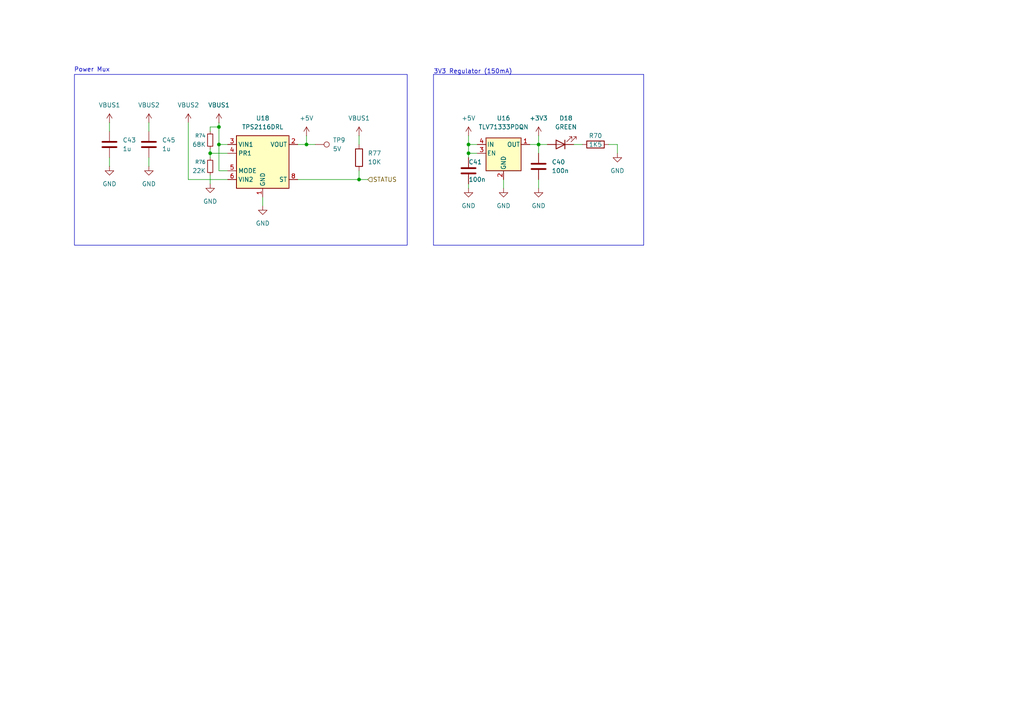
<source format=kicad_sch>
(kicad_sch (version 20250114) (generator "eeschema") (generator_version "9.0")
  (paper "A4")
  (lib_symbols
    (symbol "+5V_1" (power) (pin_numbers (hide yes)) (pin_names (offset 0) (hide yes))
      (property "Value" "+5V" (at 0 3.556 0))
      (symbol "+5V_1_0_1"
        (polyline (pts (xy -0.762 1.27) (xy 0 2.54)))
        (polyline (pts (xy 0 2.54) (xy 0.762 1.27)))
        (polyline (pts (xy 0 0) (xy 0 2.54)))
      )
      (symbol "+5V_1_1_1"
        (pin power_in line (at 0 0 90) (length 0) (name "~") (number "1"))
      )
    )
    (symbol "Connector:TestPoint" (pin_numbers (hide yes)) (pin_names (offset 0.762) (hide yes))
      (property "Reference" "TP" (at 0 6.858 0))
      (property "Value" "TestPoint" (at 0 5.08 0))
      (symbol "TestPoint_0_1"
        (circle (center 0 3.302) (radius 0.762))
      )
      (symbol "TestPoint_1_1"
        (pin passive line (at 0 0 90) (length 2.54) (name "1") (number "1"))
      )
    )
    (symbol "Device:C" (pin_numbers (hide yes)) (pin_names (offset 0.254))
      (property "Reference" "C" (at 0.635 2.54 0))
      (property "Value" "C" (at 0.635 -2.54 0))
      (symbol "C_0_1"
        (polyline (pts (xy -2.032 0.762) (xy 2.032 0.762)) (stroke (width 0.508)))
        (polyline (pts (xy -2.032 -0.762) (xy 2.032 -0.762)) (stroke (width 0.508)))
      )
      (symbol "C_1_1"
        (pin passive line (at 0 3.81 270) (length 2.794) (name "~") (number "1"))
        (pin passive line (at 0 -3.81 90) (length 2.794) (name "~") (number "2"))
      )
    )
    (symbol "Device:LED" (pin_numbers (hide yes)) (pin_names (offset 1.016) (hide yes))
      (property "Reference" "D" (at 0 2.54 0))
      (property "Value" "LED" (at 0 -2.54 0))
      (symbol "LED_0_1"
        (polyline (pts (xy -3.048 -0.762) (xy -4.572 -2.286) (xy -3.81 -2.286) (xy -4.572 -2.286) (xy -4.572 -1.524)))
        (polyline (pts (xy -1.778 -0.762) (xy -3.302 -2.286) (xy -2.54 -2.286) (xy -3.302 -2.286) (xy -3.302 -1.524)))
        (polyline (pts (xy -1.27 0) (xy 1.27 0)))
        (polyline (pts (xy -1.27 -1.27) (xy -1.27 1.27)) (stroke (width 0.254)))
        (polyline (pts (xy 1.27 -1.27) (xy 1.27 1.27) (xy -1.27 0) (xy 1.27 -1.27)) (stroke (width 0.254)))
      )
      (symbol "LED_1_1"
        (pin passive line (at -3.81 0 0) (length 2.54) (name "K") (number "1"))
        (pin passive line (at 3.81 0 180) (length 2.54) (name "A") (number "2"))
      )
    )
    (symbol "Device:R" (pin_numbers (hide yes)) (pin_names (offset 0))
      (property "Reference" "R" (at 2.032 0 90))
      (property "Value" "R" (at 0 0 90))
      (symbol "R_0_1"
        (rectangle (start -1.016 -2.54) (end 1.016 2.54) (stroke (width 0.254)))
      )
      (symbol "R_1_1"
        (pin passive line (at 0 3.81 270) (length 1.27) (name "~") (number "1"))
        (pin passive line (at 0 -3.81 90) (length 1.27) (name "~") (number "2"))
      )
    )
    (symbol "GND_3" (power) (pin_numbers (hide yes)) (pin_names (offset 0) (hide yes))
      (property "Value" "GND" (at 0 -3.81 0))
      (symbol "GND_3_0_1"
        (polyline (pts (xy 0 0) (xy 0 -1.27) (xy 1.27 -1.27) (xy 0 -2.54) (xy -1.27 -1.27) (xy 0 -1.27)))
      )
      (symbol "GND_3_1_1"
        (pin power_in line (at 0 0 270) (length 0) (name "~") (number "1"))
      )
    )
    (symbol "Power_Management:TPS2116DRL"
      (property "Reference" "U" (at -7.874 9.144 0))
      (property "Value" "TPS2116DRL" (at 0.508 -8.89 0))
      (symbol "TPS2116DRL_0_1"
        (rectangle (start -7.62 7.62) (end 7.62 -7.62) (stroke (width 0.254)) (fill (type background)))
      )
      (symbol "TPS2116DRL_1_0"
        (pin power_out line (at 10.16 5.08 180) (length 2.54) (hide yes) (name "VOUT") (number "7"))
      )
      (symbol "TPS2116DRL_1_1"
        (pin power_in line (at -10.16 5.08 0) (length 2.54) (name "VIN1") (number "3"))
        (pin input line (at -10.16 2.54 0) (length 2.54) (name "PR1") (number "4"))
        (pin input line (at -10.16 -2.54 0) (length 2.54) (name "MODE") (number "5"))
        (pin power_in line (at -10.16 -5.08 0) (length 2.54) (name "VIN2") (number "6"))
        (pin power_in line (at 0 -10.16 90) (length 2.54) (name "GND") (number "1"))
        (pin power_out line (at 10.16 5.08 180) (length 2.54) (name "VOUT") (number "2"))
        (pin open_collector line (at 10.16 -5.08 180) (length 2.54) (name "ST") (number "8"))
      )
    )
    (symbol "R_Small_1" (pin_numbers (hide yes)) (pin_names (offset 0.254) (hide yes))
      (property "Reference" "R" (at 0 0 90))
      (property "Value" "R_Small" (at 1.778 0 90))
      (symbol "R_Small_1_0_1"
        (rectangle (start -0.762 1.778) (end 0.762 -1.778) (stroke (width 0.2032)))
      )
      (symbol "R_Small_1_1_1"
        (pin passive line (at 0 2.54 270) (length 0.762) (name "~") (number "1"))
        (pin passive line (at 0 -2.54 90) (length 0.762) (name "~") (number "2"))
      )
    )
    (symbol "TLV71333PDQ:TLV71333PDQN" (pin_names (offset 0.254))
      (property "Reference" "U" (at -3.81 5.715 0))
      (property "Value" "TLV71333PDQN" (at 0 5.715 0))
      (symbol "TLV71333PDQN_0_1"
        (rectangle (start -5.08 4.445) (end 5.08 -5.08) (stroke (width 0.254)) (fill (type background)))
      )
      (symbol "TLV71333PDQN_1_1"
        (pin power_in line (at -7.62 2.54 0) (length 2.54) (name "IN") (number "4"))
        (pin input line (at -7.62 0 0) (length 2.54) (name "EN") (number "3"))
        (pin power_in line (at 0 -7.62 90) (length 2.54) (name "GND") (number "2"))
        (pin power_in line (at 0 -7.62 90) (length 2.54) (hide yes) (name "GND") (number "5"))
        (pin power_out line (at 7.62 2.54 180) (length 2.54) (name "OUT") (number "1"))
      )
    )
    (symbol "power:+3V3" (power) (pin_names (offset 0))
      (property "Value" "+3V3" (at 0 3.556 0))
      (symbol "+3V3_0_1"
        (polyline (pts (xy -0.762 1.27) (xy 0 2.54)))
        (polyline (pts (xy 0 2.54) (xy 0.762 1.27)))
        (polyline (pts (xy 0 0) (xy 0 2.54)))
      )
      (symbol "+3V3_1_1"
        (pin power_in line (at 0 0 90) (length 0) (hide yes) (name "+3V3") (number "1"))
      )
    )
    (symbol "power:+5V" (power) (pin_names (offset 0))
      (property "Value" "+5V" (at 0 3.556 0))
      (symbol "+5V_0_1"
        (polyline (pts (xy -0.762 1.27) (xy 0 2.54)))
        (polyline (pts (xy 0 2.54) (xy 0.762 1.27)))
        (polyline (pts (xy 0 0) (xy 0 2.54)))
      )
      (symbol "+5V_1_1"
        (pin power_in line (at 0 0 90) (length 0) (hide yes) (name "+5V") (number "1"))
      )
    )
    (symbol "power:GND" (power) (pin_names (offset 0))
      (property "Value" "GND" (at 0 -3.81 0))
      (symbol "GND_0_1"
        (polyline (pts (xy 0 0) (xy 0 -1.27) (xy 1.27 -1.27) (xy 0 -2.54) (xy -1.27 -1.27) (xy 0 -1.27)))
      )
      (symbol "GND_1_1"
        (pin power_in line (at 0 0 270) (length 0) (hide yes) (name "GND") (number "1"))
      )
    )
    (symbol "power:VBUS" (power) (pin_numbers (hide yes)) (pin_names (offset 0) (hide yes))
      (property "Value" "VBUS" (at 0 3.556 0))
      (symbol "VBUS_0_1"
        (polyline (pts (xy -0.762 1.27) (xy 0 2.54)))
        (polyline (pts (xy 0 2.54) (xy 0.762 1.27)))
        (polyline (pts (xy 0 0) (xy 0 2.54)))
      )
      (symbol "VBUS_1_1"
        (pin power_in line (at 0 0 90) (length 0) (name "~") (number "1"))
      )
    )
  )
  (rectangle (start 21.59 21.59) (end 118.11 71.12))
  (text "3V3 Regulator (150mA)" (at 125.73 21.59 0) (effects (font (size 1.27 1.27)) (justify left bottom)))
  (text "Power Mux" (at 26.67 20.32 0) (effects (font (size 1.27 1.27))))
  (junction (at 60.96 44.45))
  (junction (at 63.5 41.91))
  (junction (at 156.21 41.91))
  (junction (at 135.89 41.91))
  (junction (at 88.9 41.91))
  (junction (at 104.14 52.07))
  (junction (at 63.5 36.83))
  (junction (at 135.89 44.45))
  (wire (pts (xy 60.96 36.83) (xy 60.96 38.1)))
  (wire (pts (xy 153.67 41.91) (xy 156.21 41.91)))
  (wire (pts (xy 179.07 41.91) (xy 176.53 41.91)))
  (wire (pts (xy 104.14 49.53) (xy 104.14 52.07)))
  (wire (pts (xy 43.18 45.72) (xy 43.18 48.26)))
  (wire (pts (xy 179.07 44.45) (xy 179.07 41.91)))
  (polyline (pts (xy 186.69 71.12) (xy 125.73 71.12)))
  (wire (pts (xy 135.89 44.45) (xy 138.43 44.45)))
  (wire (pts (xy 104.14 52.07) (xy 106.68 52.07)))
  (wire (pts (xy 63.5 49.53) (xy 66.04 49.53)))
  (wire (pts (xy 88.9 41.91) (xy 86.36 41.91)))
  (wire (pts (xy 156.21 41.91) (xy 158.75 41.91)))
  (wire (pts (xy 156.21 39.37) (xy 156.21 41.91)))
  (wire (pts (xy 76.2 57.15) (xy 76.2 59.69)))
  (wire (pts (xy 88.9 39.37) (xy 88.9 41.91)))
  (wire (pts (xy 135.89 41.91) (xy 138.43 41.91)))
  (wire (pts (xy 43.18 35.56) (xy 43.18 38.1)))
  (polyline (pts (xy 125.73 21.59) (xy 186.69 21.59)))
  (wire (pts (xy 86.36 52.07) (xy 104.14 52.07)))
  (wire (pts (xy 31.75 45.72) (xy 31.75 48.26)))
  (polyline (pts (xy 125.73 21.59) (xy 125.73 71.12)))
  (wire (pts (xy 63.5 41.91) (xy 66.04 41.91)))
  (wire (pts (xy 135.89 41.91) (xy 135.89 44.45)))
  (wire (pts (xy 60.96 44.45) (xy 60.96 43.18)))
  (wire (pts (xy 60.96 44.45) (xy 60.96 45.72)))
  (wire (pts (xy 31.75 35.56) (xy 31.75 38.1)))
  (wire (pts (xy 54.61 35.56) (xy 54.61 52.07)))
  (wire (pts (xy 156.21 52.07) (xy 156.21 54.61)))
  (wire (pts (xy 60.96 50.8) (xy 60.96 53.34)))
  (wire (pts (xy 135.89 39.37) (xy 135.89 41.91)))
  (wire (pts (xy 63.5 36.83) (xy 60.96 36.83)))
  (wire (pts (xy 135.89 45.72) (xy 135.89 44.45)))
  (wire (pts (xy 88.9 41.91) (xy 91.44 41.91)))
  (wire (pts (xy 166.37 41.91) (xy 168.91 41.91)))
  (wire (pts (xy 63.5 35.56) (xy 63.5 36.83)))
  (wire (pts (xy 146.05 52.07) (xy 146.05 54.61)))
  (wire (pts (xy 135.89 53.34) (xy 135.89 54.61)))
  (wire (pts (xy 63.5 36.83) (xy 63.5 41.91)))
  (wire (pts (xy 54.61 52.07) (xy 66.04 52.07)))
  (polyline (pts (xy 186.69 21.59) (xy 186.69 71.12)))
  (wire (pts (xy 104.14 39.37) (xy 104.14 41.91)))
  (wire (pts (xy 156.21 41.91) (xy 156.21 44.45)))
  (wire (pts (xy 66.04 44.45) (xy 60.96 44.45)))
  (wire (pts (xy 63.5 41.91) (xy 63.5 49.53)))
  (hierarchical_label "STATUS" (shape input) (at 106.68 52.07 0))
  (symbol (lib_id "Device:C") (at 135.89 49.53 0) (unit 1)
    (property "Reference" "C41" (at 135.89 46.99 0) (effects (justify left)))
    (property "Value" "100n" (at 135.89 52.07 0) (effects (justify left)))
    (property "Footprint" "Capacitor_SMD:C_0603_1608Metric" (effects (hide yes)))
    (property "LCSC" "C282519" (effects (hide yes)))
  )
  (symbol (lib_id "power:VBUS") (at 31.75 35.56 0) (unit 1)
    (property "Reference" "#PWR0153" (effects (hide yes)))
    (property "Value" "VBUS1" (at 31.75 30.48 0))
    (property "Description" "Power symbol creates a global label with name \"VBUS\"" (effects (hide yes)))
  )
  (symbol (lib_id "power:GND") (at 156.21 54.61 0) (unit 1)
    (property "Reference" "#PWR0123" (effects (hide yes)))
    (property "Value" "GND" (at 156.21 59.69 0))
  )
  (symbol (lib_id "Device:C") (at 43.18 41.91 0) (unit 1)
    (property "Reference" "C45" (at 46.99 40.6399 0) (effects (justify left)))
    (property "Value" "1u" (at 46.99 43.1799 0) (effects (justify left)))
    (property "Footprint" "Capacitor_SMD:C_0603_1608Metric" (effects (hide yes)))
    (property "Description" "Unpolarized capacitor" (effects (hide yes)))
  )
  (symbol (lib_id "Device:LED") (at 162.56 41.91 180) (unit 1)
    (property "Reference" "D18" (at 164.1475 34.29 0))
    (property "Value" "GREEN" (at 164.1475 36.83 0))
    (property "Footprint" "LED_SMD:LED_0603_1608Metric" (effects (hide yes)))
    (property "LCSC" "C2856703" (effects (hide yes)))
    (property "Part" "QBLP595-IG" (effects (hide yes)))
  )
  (symbol (lib_id "power:GND") (at 146.05 54.61 0) (unit 1)
    (property "Reference" "#PWR0122" (effects (hide yes)))
    (property "Value" "GND" (at 146.05 59.69 0))
  )
  (symbol (lib_id "power:VBUS") (at 54.61 35.56 0) (unit 1)
    (property "Reference" "#PWR0149" (effects (hide yes)))
    (property "Value" "VBUS2" (at 54.61 30.48 0))
    (property "Description" "Power symbol creates a global label with name \"VBUS\"" (effects (hide yes)))
  )
  (symbol (lib_id "Connector:TestPoint") (at 91.44 41.91 270) (unit 1)
    (property "Reference" "TP9" (at 96.52 40.6399 90) (effects (justify left)))
    (property "Value" "5V" (at 96.52 43.1799 90) (effects (justify left)))
    (property "Footprint" "TestPoint:TestPoint_Pad_1.0x1.0mm" (effects (hide yes)))
    (property "Description" "test point" (effects (hide yes)))
  )
  (symbol (lib_id "Device:C") (at 156.21 48.26 0) (unit 1)
    (property "Reference" "C40" (at 160.02 46.9899 0) (effects (justify left)))
    (property "Value" "100n" (at 160.02 49.5299 0) (effects (justify left)))
    (property "Footprint" "Capacitor_SMD:C_0603_1608Metric" (effects (hide yes)))
    (property "LCSC" "C282519" (effects (hide yes)))
  )
  (symbol (lib_name "+5V_1") (lib_id "power:+5V") (at 88.9 39.37 0) (unit 1)
    (property "Reference" "#PWR0151" (effects (hide yes)))
    (property "Value" "+5V" (at 88.9 34.29 0))
    (property "Description" "Power symbol creates a global label with name \"+5V\"" (effects (hide yes)))
  )
  (symbol (lib_id "Power_Management:TPS2116DRL") (at 76.2 46.99 0) (unit 1)
    (property "Reference" "U18" (at 76.2 34.29 0))
    (property "Value" "TPS2116DRL" (at 76.2 36.83 0))
    (property "Footprint" "Package_TO_SOT_SMD:SOT-583-8" (effects (hide yes)))
    (property "Datasheet" "https://www.ti.com/lit/ds/symlink/tps2116.pdf" (effects (hide yes)))
    (property "Description" "2 Channnels Power Mux with Manual and Priority Switchover, 1.6-5.5V Input Voltage, 2.5A Output Current, Ron 40 mOhm, SOT-583-8" (effects (hide yes)))
  )
  (symbol (lib_id "Device:R") (at 104.14 45.72 0) (unit 1)
    (property "Reference" "R77" (at 106.68 44.4499 0) (effects (justify left)))
    (property "Value" "10K" (at 106.68 46.9899 0) (effects (justify left)))
    (property "Footprint" "Resistor_SMD:R_0402_1005Metric" (effects (hide yes)))
    (property "Description" "Resistor" (effects (hide yes)))
  )
  (symbol (lib_id "power:+3V3") (at 156.21 39.37 0) (unit 1)
    (property "Reference" "#PWR0120" (effects (hide yes)))
    (property "Value" "+3V3" (at 156.21 34.29 0))
  )
  (symbol (lib_id "power:+5V") (at 135.89 39.37 0) (unit 1)
    (property "Reference" "#PWR0119" (effects (hide yes)))
    (property "Value" "+5V" (at 135.89 34.29 0))
  )
  (symbol (lib_name "R_Small_1") (lib_id "Device:R_Small") (at 60.96 48.26 0) (mirror y) (unit 1)
    (property "Reference" "R76" (at 59.69 46.99 0) (effects (font (size 1.016 1.016)) (justify left)))
    (property "Value" "22K" (at 59.69 49.53 0) (effects (justify left)))
    (property "Footprint" "Resistor_SMD:R_0402_1005Metric" (effects (hide yes)))
    (property "Description" "Resistor, small symbol" (effects (hide yes)))
  )
  (symbol (lib_name "GND_3") (lib_id "power:GND") (at 31.75 48.26 0) (unit 1)
    (property "Reference" "#PWR0155" (effects (hide yes)))
    (property "Value" "GND" (at 31.75 53.34 0))
    (property "Description" "Power symbol creates a global label with name \"GND\" , ground" (effects (hide yes)))
  )
  (symbol (lib_id "power:VBUS") (at 63.5 35.56 0) (unit 1)
    (property "Reference" "#PWR0143" (effects (hide yes)))
    (property "Value" "VBUS1" (at 63.5 30.48 0))
    (property "Description" "Power symbol creates a global label with name \"VBUS\"" (effects (hide yes)))
  )
  (symbol (lib_name "GND_3") (lib_id "power:GND") (at 43.18 48.26 0) (unit 1)
    (property "Reference" "#PWR0159" (effects (hide yes)))
    (property "Value" "GND" (at 43.18 53.34 0))
    (property "Description" "Power symbol creates a global label with name \"GND\" , ground" (effects (hide yes)))
  )
  (symbol (lib_id "power:GND") (at 135.89 54.61 0) (unit 1)
    (property "Reference" "#PWR0132" (effects (hide yes)))
    (property "Value" "GND" (at 135.89 59.69 0))
  )
  (symbol (lib_name "R_Small_1") (lib_id "Device:R_Small") (at 60.96 40.64 0) (mirror y) (unit 1)
    (property "Reference" "R74" (at 59.69 39.37 0) (effects (font (size 1.016 1.016)) (justify left)))
    (property "Value" "68K" (at 59.69 41.91 0) (effects (justify left)))
    (property "Footprint" "Resistor_SMD:R_0402_1005Metric" (effects (hide yes)))
    (property "Description" "Resistor, small symbol" (effects (hide yes)))
  )
  (symbol (lib_id "TLV71333PDQ:TLV71333PDQN") (at 146.05 44.45 0) (unit 1)
    (property "Reference" "U16" (at 146.05 34.29 0))
    (property "Value" "TLV71333PDQN" (at 146.05 36.83 0))
    (property "Footprint" "Package_TO_SOT_SMD:SOT-23-5" (effects (hide yes)))
    (property "Datasheet" "http://www.ti.com/lit/ds/symlink/tlv713p.pdf" (effects (hide yes)))
    (property "LCSC" "C2867340" (effects (hide yes)))
  )
  (symbol (lib_id "power:GND") (at 179.07 44.45 0) (unit 1)
    (property "Reference" "#PWR0121" (effects (hide yes)))
    (property "Value" "GND" (at 179.07 49.53 0))
  )
  (symbol (lib_id "Device:R") (at 172.72 41.91 90) (unit 1)
    (property "Reference" "R70" (at 172.72 39.37 90))
    (property "Value" "1K5" (at 172.72 41.91 90))
    (property "Footprint" "Resistor_SMD:R_0402_1005Metric" (effects (hide yes)))
    (property "LCSC" "C25930" (effects (hide yes)))
  )
  (symbol (lib_name "GND_3") (lib_id "power:GND") (at 60.96 53.34 0) (unit 1)
    (property "Reference" "#PWR0147" (effects (hide yes)))
    (property "Value" "GND" (at 60.96 58.42 0))
    (property "Description" "Power symbol creates a global label with name \"GND\" , ground" (effects (hide yes)))
  )
  (symbol (lib_id "power:VBUS") (at 104.14 39.37 0) (unit 1)
    (property "Reference" "#PWR0137" (effects (hide yes)))
    (property "Value" "VBUS1" (at 104.14 34.29 0))
    (property "Description" "Power symbol creates a global label with name \"VBUS\"" (effects (hide yes)))
  )
  (symbol (lib_id "power:VBUS") (at 43.18 35.56 0) (unit 1)
    (property "Reference" "#PWR0158" (effects (hide yes)))
    (property "Value" "VBUS2" (at 43.18 30.48 0))
    (property "Description" "Power symbol creates a global label with name \"VBUS\"" (effects (hide yes)))
  )
  (symbol (lib_name "GND_3") (lib_id "power:GND") (at 76.2 59.69 0) (unit 1)
    (property "Reference" "#PWR0145" (effects (hide yes)))
    (property "Value" "GND" (at 76.2 64.77 0))
    (property "Description" "Power symbol creates a global label with name \"GND\" , ground" (effects (hide yes)))
  )
  (symbol (lib_id "Device:C") (at 31.75 41.91 0) (unit 1)
    (property "Reference" "C43" (at 35.56 40.6399 0) (effects (justify left)))
    (property "Value" "1u" (at 35.56 43.1799 0) (effects (justify left)))
    (property "Footprint" "Capacitor_SMD:C_0603_1608Metric" (effects (hide yes)))
    (property "Description" "Unpolarized capacitor" (effects (hide yes)))
  )
)
</source>
